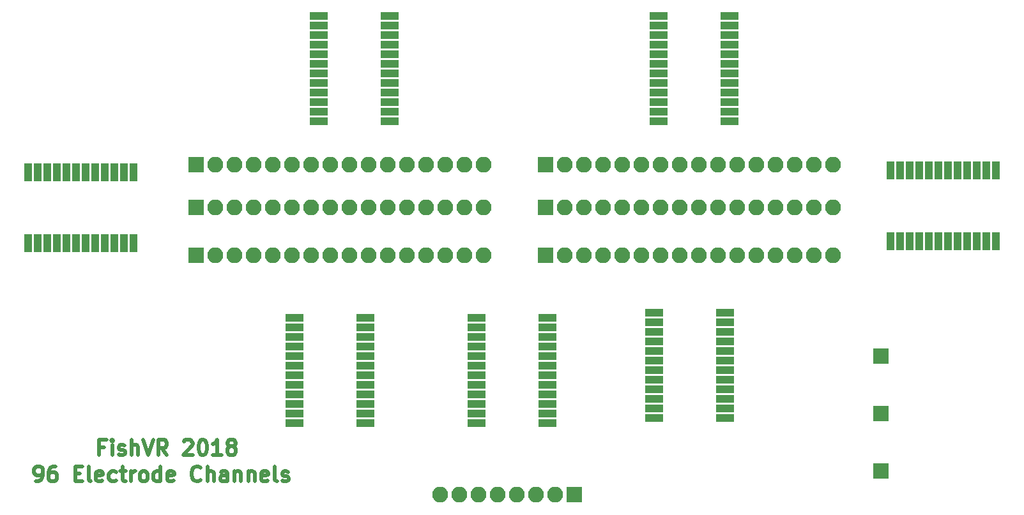
<source format=gts>
G04 #@! TF.FileFunction,Soldermask,Top*
%FSLAX46Y46*%
G04 Gerber Fmt 4.6, Leading zero omitted, Abs format (unit mm)*
G04 Created by KiCad (PCBNEW 4.0.6) date Tuesday, April 17, 2018 'PMt' 09:28:30 PM*
%MOMM*%
%LPD*%
G01*
G04 APERTURE LIST*
%ADD10C,0.100000*%
%ADD11C,0.500000*%
%ADD12R,1.000000X2.400000*%
%ADD13R,2.400000X1.000000*%
%ADD14R,2.100000X2.100000*%
%ADD15O,2.100000X2.100000*%
G04 APERTURE END LIST*
D10*
D11*
X94536666Y-114947143D02*
X93869999Y-114947143D01*
X93869999Y-115994762D02*
X93869999Y-113994762D01*
X94822380Y-113994762D01*
X95584285Y-115994762D02*
X95584285Y-114661429D01*
X95584285Y-113994762D02*
X95489047Y-114090000D01*
X95584285Y-114185238D01*
X95679524Y-114090000D01*
X95584285Y-113994762D01*
X95584285Y-114185238D01*
X96441428Y-115899524D02*
X96631905Y-115994762D01*
X97012857Y-115994762D01*
X97203333Y-115899524D01*
X97298571Y-115709048D01*
X97298571Y-115613810D01*
X97203333Y-115423333D01*
X97012857Y-115328095D01*
X96727143Y-115328095D01*
X96536666Y-115232857D01*
X96441428Y-115042381D01*
X96441428Y-114947143D01*
X96536666Y-114756667D01*
X96727143Y-114661429D01*
X97012857Y-114661429D01*
X97203333Y-114756667D01*
X98155714Y-115994762D02*
X98155714Y-113994762D01*
X99012857Y-115994762D02*
X99012857Y-114947143D01*
X98917619Y-114756667D01*
X98727143Y-114661429D01*
X98441429Y-114661429D01*
X98250953Y-114756667D01*
X98155714Y-114851905D01*
X99679524Y-113994762D02*
X100346191Y-115994762D01*
X101012858Y-113994762D01*
X102822382Y-115994762D02*
X102155715Y-115042381D01*
X101679524Y-115994762D02*
X101679524Y-113994762D01*
X102441429Y-113994762D01*
X102631905Y-114090000D01*
X102727144Y-114185238D01*
X102822382Y-114375714D01*
X102822382Y-114661429D01*
X102727144Y-114851905D01*
X102631905Y-114947143D01*
X102441429Y-115042381D01*
X101679524Y-115042381D01*
X105108096Y-114185238D02*
X105203334Y-114090000D01*
X105393811Y-113994762D01*
X105870001Y-113994762D01*
X106060477Y-114090000D01*
X106155715Y-114185238D01*
X106250954Y-114375714D01*
X106250954Y-114566190D01*
X106155715Y-114851905D01*
X105012858Y-115994762D01*
X106250954Y-115994762D01*
X107489049Y-113994762D02*
X107679525Y-113994762D01*
X107870001Y-114090000D01*
X107965239Y-114185238D01*
X108060477Y-114375714D01*
X108155716Y-114756667D01*
X108155716Y-115232857D01*
X108060477Y-115613810D01*
X107965239Y-115804286D01*
X107870001Y-115899524D01*
X107679525Y-115994762D01*
X107489049Y-115994762D01*
X107298573Y-115899524D01*
X107203335Y-115804286D01*
X107108096Y-115613810D01*
X107012858Y-115232857D01*
X107012858Y-114756667D01*
X107108096Y-114375714D01*
X107203335Y-114185238D01*
X107298573Y-114090000D01*
X107489049Y-113994762D01*
X110060478Y-115994762D02*
X108917620Y-115994762D01*
X109489049Y-115994762D02*
X109489049Y-113994762D01*
X109298573Y-114280476D01*
X109108097Y-114470952D01*
X108917620Y-114566190D01*
X111203335Y-114851905D02*
X111012859Y-114756667D01*
X110917620Y-114661429D01*
X110822382Y-114470952D01*
X110822382Y-114375714D01*
X110917620Y-114185238D01*
X111012859Y-114090000D01*
X111203335Y-113994762D01*
X111584287Y-113994762D01*
X111774763Y-114090000D01*
X111870001Y-114185238D01*
X111965240Y-114375714D01*
X111965240Y-114470952D01*
X111870001Y-114661429D01*
X111774763Y-114756667D01*
X111584287Y-114851905D01*
X111203335Y-114851905D01*
X111012859Y-114947143D01*
X110917620Y-115042381D01*
X110822382Y-115232857D01*
X110822382Y-115613810D01*
X110917620Y-115804286D01*
X111012859Y-115899524D01*
X111203335Y-115994762D01*
X111584287Y-115994762D01*
X111774763Y-115899524D01*
X111870001Y-115804286D01*
X111965240Y-115613810D01*
X111965240Y-115232857D01*
X111870001Y-115042381D01*
X111774763Y-114947143D01*
X111584287Y-114851905D01*
X85441427Y-119494762D02*
X85822379Y-119494762D01*
X86012855Y-119399524D01*
X86108093Y-119304286D01*
X86298569Y-119018571D01*
X86393808Y-118637619D01*
X86393808Y-117875714D01*
X86298569Y-117685238D01*
X86203331Y-117590000D01*
X86012855Y-117494762D01*
X85631903Y-117494762D01*
X85441427Y-117590000D01*
X85346188Y-117685238D01*
X85250950Y-117875714D01*
X85250950Y-118351905D01*
X85346188Y-118542381D01*
X85441427Y-118637619D01*
X85631903Y-118732857D01*
X86012855Y-118732857D01*
X86203331Y-118637619D01*
X86298569Y-118542381D01*
X86393808Y-118351905D01*
X88108093Y-117494762D02*
X87727141Y-117494762D01*
X87536665Y-117590000D01*
X87441427Y-117685238D01*
X87250950Y-117970952D01*
X87155712Y-118351905D01*
X87155712Y-119113810D01*
X87250950Y-119304286D01*
X87346189Y-119399524D01*
X87536665Y-119494762D01*
X87917617Y-119494762D01*
X88108093Y-119399524D01*
X88203331Y-119304286D01*
X88298570Y-119113810D01*
X88298570Y-118637619D01*
X88203331Y-118447143D01*
X88108093Y-118351905D01*
X87917617Y-118256667D01*
X87536665Y-118256667D01*
X87346189Y-118351905D01*
X87250950Y-118447143D01*
X87155712Y-118637619D01*
X90679522Y-118447143D02*
X91346189Y-118447143D01*
X91631903Y-119494762D02*
X90679522Y-119494762D01*
X90679522Y-117494762D01*
X91631903Y-117494762D01*
X92774761Y-119494762D02*
X92584285Y-119399524D01*
X92489046Y-119209048D01*
X92489046Y-117494762D01*
X94298570Y-119399524D02*
X94108094Y-119494762D01*
X93727142Y-119494762D01*
X93536665Y-119399524D01*
X93441427Y-119209048D01*
X93441427Y-118447143D01*
X93536665Y-118256667D01*
X93727142Y-118161429D01*
X94108094Y-118161429D01*
X94298570Y-118256667D01*
X94393808Y-118447143D01*
X94393808Y-118637619D01*
X93441427Y-118828095D01*
X96108094Y-119399524D02*
X95917618Y-119494762D01*
X95536666Y-119494762D01*
X95346190Y-119399524D01*
X95250951Y-119304286D01*
X95155713Y-119113810D01*
X95155713Y-118542381D01*
X95250951Y-118351905D01*
X95346190Y-118256667D01*
X95536666Y-118161429D01*
X95917618Y-118161429D01*
X96108094Y-118256667D01*
X96679523Y-118161429D02*
X97441428Y-118161429D01*
X96965237Y-117494762D02*
X96965237Y-119209048D01*
X97060476Y-119399524D01*
X97250952Y-119494762D01*
X97441428Y-119494762D01*
X98108094Y-119494762D02*
X98108094Y-118161429D01*
X98108094Y-118542381D02*
X98203333Y-118351905D01*
X98298571Y-118256667D01*
X98489047Y-118161429D01*
X98679523Y-118161429D01*
X99631904Y-119494762D02*
X99441428Y-119399524D01*
X99346189Y-119304286D01*
X99250951Y-119113810D01*
X99250951Y-118542381D01*
X99346189Y-118351905D01*
X99441428Y-118256667D01*
X99631904Y-118161429D01*
X99917618Y-118161429D01*
X100108094Y-118256667D01*
X100203332Y-118351905D01*
X100298570Y-118542381D01*
X100298570Y-119113810D01*
X100203332Y-119304286D01*
X100108094Y-119399524D01*
X99917618Y-119494762D01*
X99631904Y-119494762D01*
X102012856Y-119494762D02*
X102012856Y-117494762D01*
X102012856Y-119399524D02*
X101822380Y-119494762D01*
X101441428Y-119494762D01*
X101250952Y-119399524D01*
X101155713Y-119304286D01*
X101060475Y-119113810D01*
X101060475Y-118542381D01*
X101155713Y-118351905D01*
X101250952Y-118256667D01*
X101441428Y-118161429D01*
X101822380Y-118161429D01*
X102012856Y-118256667D01*
X103727142Y-119399524D02*
X103536666Y-119494762D01*
X103155714Y-119494762D01*
X102965237Y-119399524D01*
X102869999Y-119209048D01*
X102869999Y-118447143D01*
X102965237Y-118256667D01*
X103155714Y-118161429D01*
X103536666Y-118161429D01*
X103727142Y-118256667D01*
X103822380Y-118447143D01*
X103822380Y-118637619D01*
X102869999Y-118828095D01*
X107346191Y-119304286D02*
X107250953Y-119399524D01*
X106965238Y-119494762D01*
X106774762Y-119494762D01*
X106489048Y-119399524D01*
X106298572Y-119209048D01*
X106203333Y-119018571D01*
X106108095Y-118637619D01*
X106108095Y-118351905D01*
X106203333Y-117970952D01*
X106298572Y-117780476D01*
X106489048Y-117590000D01*
X106774762Y-117494762D01*
X106965238Y-117494762D01*
X107250953Y-117590000D01*
X107346191Y-117685238D01*
X108203333Y-119494762D02*
X108203333Y-117494762D01*
X109060476Y-119494762D02*
X109060476Y-118447143D01*
X108965238Y-118256667D01*
X108774762Y-118161429D01*
X108489048Y-118161429D01*
X108298572Y-118256667D01*
X108203333Y-118351905D01*
X110870000Y-119494762D02*
X110870000Y-118447143D01*
X110774762Y-118256667D01*
X110584286Y-118161429D01*
X110203334Y-118161429D01*
X110012857Y-118256667D01*
X110870000Y-119399524D02*
X110679524Y-119494762D01*
X110203334Y-119494762D01*
X110012857Y-119399524D01*
X109917619Y-119209048D01*
X109917619Y-119018571D01*
X110012857Y-118828095D01*
X110203334Y-118732857D01*
X110679524Y-118732857D01*
X110870000Y-118637619D01*
X111822381Y-118161429D02*
X111822381Y-119494762D01*
X111822381Y-118351905D02*
X111917620Y-118256667D01*
X112108096Y-118161429D01*
X112393810Y-118161429D01*
X112584286Y-118256667D01*
X112679524Y-118447143D01*
X112679524Y-119494762D01*
X113631905Y-118161429D02*
X113631905Y-119494762D01*
X113631905Y-118351905D02*
X113727144Y-118256667D01*
X113917620Y-118161429D01*
X114203334Y-118161429D01*
X114393810Y-118256667D01*
X114489048Y-118447143D01*
X114489048Y-119494762D01*
X116203334Y-119399524D02*
X116012858Y-119494762D01*
X115631906Y-119494762D01*
X115441429Y-119399524D01*
X115346191Y-119209048D01*
X115346191Y-118447143D01*
X115441429Y-118256667D01*
X115631906Y-118161429D01*
X116012858Y-118161429D01*
X116203334Y-118256667D01*
X116298572Y-118447143D01*
X116298572Y-118637619D01*
X115346191Y-118828095D01*
X117441430Y-119494762D02*
X117250954Y-119399524D01*
X117155715Y-119209048D01*
X117155715Y-117494762D01*
X118108096Y-119399524D02*
X118298573Y-119494762D01*
X118679525Y-119494762D01*
X118870001Y-119399524D01*
X118965239Y-119209048D01*
X118965239Y-119113810D01*
X118870001Y-118923333D01*
X118679525Y-118828095D01*
X118393811Y-118828095D01*
X118203334Y-118732857D01*
X118108096Y-118542381D01*
X118108096Y-118447143D01*
X118203334Y-118256667D01*
X118393811Y-118161429D01*
X118679525Y-118161429D01*
X118870001Y-118256667D01*
D12*
X98425000Y-78485000D03*
X97155000Y-78485000D03*
X95885000Y-78485000D03*
X94615000Y-78485000D03*
X93345000Y-78485000D03*
X92075000Y-78485000D03*
X90805000Y-78485000D03*
X89535000Y-78485000D03*
X88265000Y-78485000D03*
X86995000Y-78485000D03*
X85725000Y-78485000D03*
X84455000Y-78485000D03*
X84455000Y-87885000D03*
X85725000Y-87885000D03*
X86995000Y-87885000D03*
X88265000Y-87885000D03*
X89535000Y-87885000D03*
X90805000Y-87885000D03*
X92075000Y-87885000D03*
X93345000Y-87885000D03*
X94615000Y-87885000D03*
X95885000Y-87885000D03*
X97155000Y-87885000D03*
X98425000Y-87885000D03*
D13*
X177420000Y-71755000D03*
X177420000Y-70485000D03*
X177420000Y-69215000D03*
X177420000Y-67945000D03*
X177420000Y-66675000D03*
X177420000Y-65405000D03*
X177420000Y-64135000D03*
X177420000Y-62865000D03*
X177420000Y-61595000D03*
X177420000Y-60325000D03*
X177420000Y-59055000D03*
X177420000Y-57785000D03*
X168020000Y-57785000D03*
X168020000Y-59055000D03*
X168020000Y-60325000D03*
X168020000Y-61595000D03*
X168020000Y-62865000D03*
X168020000Y-64135000D03*
X168020000Y-65405000D03*
X168020000Y-66675000D03*
X168020000Y-67945000D03*
X168020000Y-69215000D03*
X168020000Y-70485000D03*
X168020000Y-71755000D03*
D14*
X153035000Y-83185000D03*
D15*
X155575000Y-83185000D03*
X158115000Y-83185000D03*
X160655000Y-83185000D03*
X163195000Y-83185000D03*
X165735000Y-83185000D03*
X168275000Y-83185000D03*
X170815000Y-83185000D03*
X173355000Y-83185000D03*
X175895000Y-83185000D03*
X178435000Y-83185000D03*
X180975000Y-83185000D03*
X183515000Y-83185000D03*
X186055000Y-83185000D03*
X188595000Y-83185000D03*
X191135000Y-83185000D03*
D12*
X198755000Y-87630000D03*
X200025000Y-87630000D03*
X201295000Y-87630000D03*
X202565000Y-87630000D03*
X203835000Y-87630000D03*
X205105000Y-87630000D03*
X206375000Y-87630000D03*
X207645000Y-87630000D03*
X208915000Y-87630000D03*
X210185000Y-87630000D03*
X211455000Y-87630000D03*
X212725000Y-87630000D03*
X212725000Y-78230000D03*
X211455000Y-78230000D03*
X210185000Y-78230000D03*
X208915000Y-78230000D03*
X207645000Y-78230000D03*
X206375000Y-78230000D03*
X205105000Y-78230000D03*
X203835000Y-78230000D03*
X202565000Y-78230000D03*
X201295000Y-78230000D03*
X200025000Y-78230000D03*
X198755000Y-78230000D03*
D14*
X106680000Y-89535000D03*
D15*
X109220000Y-89535000D03*
X111760000Y-89535000D03*
X114300000Y-89535000D03*
X116840000Y-89535000D03*
X119380000Y-89535000D03*
X121920000Y-89535000D03*
X124460000Y-89535000D03*
X127000000Y-89535000D03*
X129540000Y-89535000D03*
X132080000Y-89535000D03*
X134620000Y-89535000D03*
X137160000Y-89535000D03*
X139700000Y-89535000D03*
X142240000Y-89535000D03*
X144780000Y-89535000D03*
D14*
X106680000Y-83185000D03*
D15*
X109220000Y-83185000D03*
X111760000Y-83185000D03*
X114300000Y-83185000D03*
X116840000Y-83185000D03*
X119380000Y-83185000D03*
X121920000Y-83185000D03*
X124460000Y-83185000D03*
X127000000Y-83185000D03*
X129540000Y-83185000D03*
X132080000Y-83185000D03*
X134620000Y-83185000D03*
X137160000Y-83185000D03*
X139700000Y-83185000D03*
X142240000Y-83185000D03*
X144780000Y-83185000D03*
D14*
X153035000Y-89535000D03*
D15*
X155575000Y-89535000D03*
X158115000Y-89535000D03*
X160655000Y-89535000D03*
X163195000Y-89535000D03*
X165735000Y-89535000D03*
X168275000Y-89535000D03*
X170815000Y-89535000D03*
X173355000Y-89535000D03*
X175895000Y-89535000D03*
X178435000Y-89535000D03*
X180975000Y-89535000D03*
X183515000Y-89535000D03*
X186055000Y-89535000D03*
X188595000Y-89535000D03*
X191135000Y-89535000D03*
D14*
X153035000Y-77470000D03*
D15*
X155575000Y-77470000D03*
X158115000Y-77470000D03*
X160655000Y-77470000D03*
X163195000Y-77470000D03*
X165735000Y-77470000D03*
X168275000Y-77470000D03*
X170815000Y-77470000D03*
X173355000Y-77470000D03*
X175895000Y-77470000D03*
X178435000Y-77470000D03*
X180975000Y-77470000D03*
X183515000Y-77470000D03*
X186055000Y-77470000D03*
X188595000Y-77470000D03*
X191135000Y-77470000D03*
D14*
X106680000Y-77470000D03*
D15*
X109220000Y-77470000D03*
X111760000Y-77470000D03*
X114300000Y-77470000D03*
X116840000Y-77470000D03*
X119380000Y-77470000D03*
X121920000Y-77470000D03*
X124460000Y-77470000D03*
X127000000Y-77470000D03*
X129540000Y-77470000D03*
X132080000Y-77470000D03*
X134620000Y-77470000D03*
X137160000Y-77470000D03*
X139700000Y-77470000D03*
X142240000Y-77470000D03*
X144780000Y-77470000D03*
D14*
X156845000Y-121285000D03*
D15*
X154305000Y-121285000D03*
X151765000Y-121285000D03*
X149225000Y-121285000D03*
X146685000Y-121285000D03*
X144145000Y-121285000D03*
X141605000Y-121285000D03*
X139065000Y-121285000D03*
D14*
X197485000Y-118110000D03*
X197485000Y-110490000D03*
X197485000Y-102870000D03*
D13*
X119760000Y-97790000D03*
X119760000Y-99060000D03*
X119760000Y-100330000D03*
X119760000Y-101600000D03*
X119760000Y-102870000D03*
X119760000Y-104140000D03*
X119760000Y-105410000D03*
X119760000Y-106680000D03*
X119760000Y-107950000D03*
X119760000Y-109220000D03*
X119760000Y-110490000D03*
X119760000Y-111760000D03*
X129160000Y-111760000D03*
X129160000Y-110490000D03*
X129160000Y-109220000D03*
X129160000Y-107950000D03*
X129160000Y-106680000D03*
X129160000Y-105410000D03*
X129160000Y-104140000D03*
X129160000Y-102870000D03*
X129160000Y-101600000D03*
X129160000Y-100330000D03*
X129160000Y-99060000D03*
X129160000Y-97790000D03*
X167385000Y-97155000D03*
X167385000Y-98425000D03*
X167385000Y-99695000D03*
X167385000Y-100965000D03*
X167385000Y-102235000D03*
X167385000Y-103505000D03*
X167385000Y-104775000D03*
X167385000Y-106045000D03*
X167385000Y-107315000D03*
X167385000Y-108585000D03*
X167385000Y-109855000D03*
X167385000Y-111125000D03*
X176785000Y-111125000D03*
X176785000Y-109855000D03*
X176785000Y-108585000D03*
X176785000Y-107315000D03*
X176785000Y-106045000D03*
X176785000Y-104775000D03*
X176785000Y-103505000D03*
X176785000Y-102235000D03*
X176785000Y-100965000D03*
X176785000Y-99695000D03*
X176785000Y-98425000D03*
X176785000Y-97155000D03*
X132335000Y-71755000D03*
X132335000Y-70485000D03*
X132335000Y-69215000D03*
X132335000Y-67945000D03*
X132335000Y-66675000D03*
X132335000Y-65405000D03*
X132335000Y-64135000D03*
X132335000Y-62865000D03*
X132335000Y-61595000D03*
X132335000Y-60325000D03*
X132335000Y-59055000D03*
X132335000Y-57785000D03*
X122935000Y-57785000D03*
X122935000Y-59055000D03*
X122935000Y-60325000D03*
X122935000Y-61595000D03*
X122935000Y-62865000D03*
X122935000Y-64135000D03*
X122935000Y-65405000D03*
X122935000Y-66675000D03*
X122935000Y-67945000D03*
X122935000Y-69215000D03*
X122935000Y-70485000D03*
X122935000Y-71755000D03*
X143890000Y-97790000D03*
X143890000Y-99060000D03*
X143890000Y-100330000D03*
X143890000Y-101600000D03*
X143890000Y-102870000D03*
X143890000Y-104140000D03*
X143890000Y-105410000D03*
X143890000Y-106680000D03*
X143890000Y-107950000D03*
X143890000Y-109220000D03*
X143890000Y-110490000D03*
X143890000Y-111760000D03*
X153290000Y-111760000D03*
X153290000Y-110490000D03*
X153290000Y-109220000D03*
X153290000Y-107950000D03*
X153290000Y-106680000D03*
X153290000Y-105410000D03*
X153290000Y-104140000D03*
X153290000Y-102870000D03*
X153290000Y-101600000D03*
X153290000Y-100330000D03*
X153290000Y-99060000D03*
X153290000Y-97790000D03*
M02*

</source>
